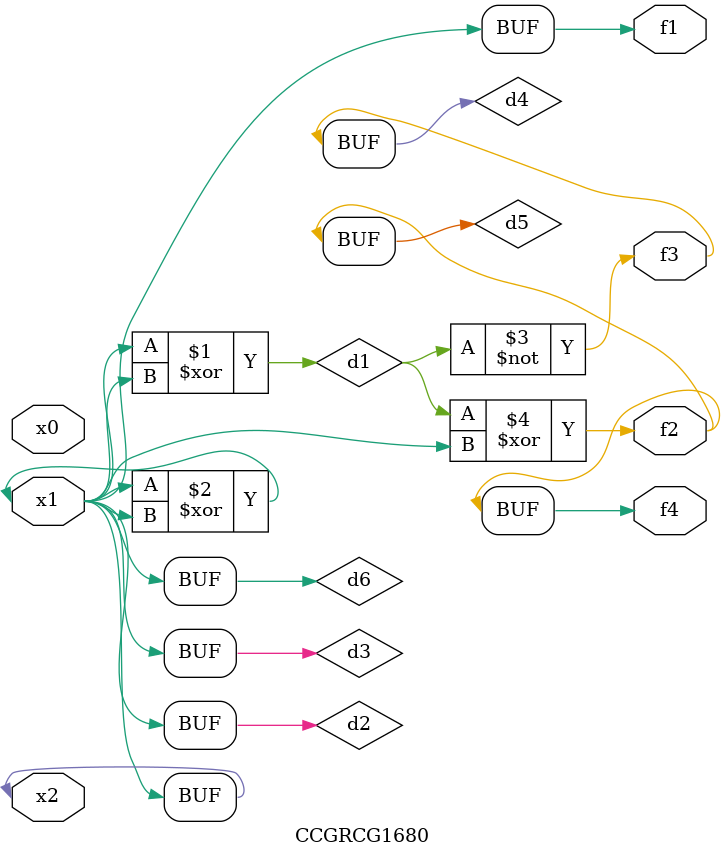
<source format=v>
module CCGRCG1680(
	input x0, x1, x2,
	output f1, f2, f3, f4
);

	wire d1, d2, d3, d4, d5, d6;

	xor (d1, x1, x2);
	buf (d2, x1, x2);
	xor (d3, x1, x2);
	nor (d4, d1);
	xor (d5, d1, d2);
	buf (d6, d2, d3);
	assign f1 = d6;
	assign f2 = d5;
	assign f3 = d4;
	assign f4 = d5;
endmodule

</source>
